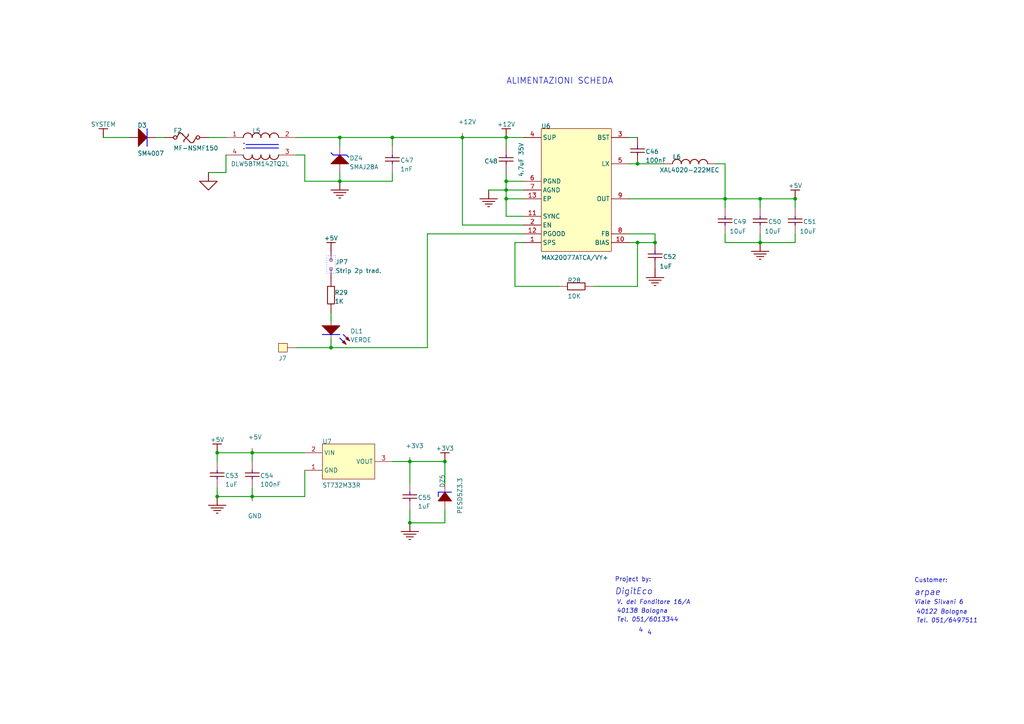
<source format=kicad_sch>
(kicad_sch (version 20230121) (generator eeschema)
  (paper "A4")
  (title_block (title "Stima V4 Power") (rev "1.1"))
  (lib_symbols
    (symbol "Stima V4 Power R1_1-altium-import:+12V" (power)
      (property "Reference" "#PWR" (at 0 0 0))
      (property "Value" "+12V" (at 0 3.81 0))
      (symbol "+12V_0_0"
        (polyline (pts (xy -1.27 -2.54) (xy 1.27 -2.54)) (stroke (width 0.254)))
        (polyline (pts (xy 0 0) (xy 0 -2.54)) (stroke (width 0.254)))
        (pin power_in line (at 0 0 0) (length 0) hide (name "+12V") (number ""))
      )
    )
    (symbol "Stima V4 Power R1_1-altium-import:+3V3" (power)
      (property "Reference" "#PWR" (at 0 0 0))
      (property "Value" "+3V3" (at 0 3.81 0))
      (symbol "+3V3_0_0"
        (polyline (pts (xy -1.27 -2.54) (xy 1.27 -2.54)) (stroke (width 0.254)))
        (polyline (pts (xy 0 0) (xy 0 -2.54)) (stroke (width 0.254)))
        (pin power_in line (at 0 0 0) (length 0) hide (name "+3V3") (number ""))
      )
    )
    (symbol "Stima V4 Power R1_1-altium-import:+5V" (power)
      (property "Reference" "#PWR" (at 0 0 0))
      (property "Value" "+5V" (at 0 3.81 0))
      (symbol "+5V_0_0"
        (polyline (pts (xy -1.27 -2.54) (xy 1.27 -2.54)) (stroke (width 0.254)))
        (polyline (pts (xy 0 0) (xy 0 -2.54)) (stroke (width 0.254)))
        (pin power_in line (at 0 0 0) (length 0) hide (name "+5V") (number ""))
      )
    )
    (symbol "Stima V4 Power R1_1-altium-import:EGND" (power)
      (property "Reference" "#PWR" (at 0 0 0))
      (property "Value" "EGND" (at 0 6.35 0))
      (symbol "EGND_0_0"
        (polyline (pts (xy 0 0) (xy 0 -2.54)) (stroke (width 0.254)))
        (polyline (pts (xy -2.54 -2.54) (xy 2.54 -2.54) (xy 0 -5.08) (xy -2.54 -2.54)) (stroke (width 0.254)))
        (pin power_in line (at 0 0 0) (length 0) hide (name "EGND") (number ""))
      )
    )
    (symbol "Stima V4 Power R1_1-altium-import:GND" (power)
      (property "Reference" "#PWR" (at 0 0 0))
      (property "Value" "GND" (at 0 6.35 0))
      (symbol "GND_0_0"
        (polyline (pts (xy -2.54 -2.54) (xy 2.54 -2.54)) (stroke (width 0.254)))
        (polyline (pts (xy -1.778 -3.302) (xy 1.778 -3.302)) (stroke (width 0.254)))
        (polyline (pts (xy -1.016 -4.064) (xy 1.016 -4.064)) (stroke (width 0.254)))
        (polyline (pts (xy -0.254 -4.826) (xy 0.254 -4.826)) (stroke (width 0.254)))
        (polyline (pts (xy 0 0) (xy 0 -2.54)) (stroke (width 0.254)))
        (pin power_in line (at 0 0 0) (length 0) hide (name "GND") (number ""))
      )
    )
    (symbol "Stima V4 Power R1_1-altium-import:SYSTEM" (power)
      (property "Reference" "#PWR" (at 0 0 0))
      (property "Value" "SYSTEM" (at 0 3.81 0))
      (symbol "SYSTEM_0_0"
        (polyline (pts (xy -1.27 -2.54) (xy 1.27 -2.54)) (stroke (width 0.254)))
        (polyline (pts (xy 0 0) (xy 0 -2.54)) (stroke (width 0.254)))
        (pin power_in line (at 0 0 0) (length 0) hide (name "SYSTEM") (number ""))
      )
    )
    (symbol "Stima V4 Power R1_1-altium-import:root_0_C0603"
      (symbol "root_0_C0603_1_0"
        (polyline (pts (xy -2.032 -0.762) (xy 2.032 -0.762)) (stroke (width 0.254)))
        (polyline (pts (xy 0 -2.54) (xy 0 -1.778)) (stroke (width 0.254) (color 0 0 255 1)))
        (polyline (pts (xy 0 0) (xy 0 -0.762)) (stroke (width 0.254) (color 0 0 255 1)))
        (polyline (pts (xy 2.032 -1.778) (xy -2.032 -1.778)) (stroke (width 0.254)))
        (pin passive line (at 0 2.54 270) (length 2.54) (name "1") (number "1"))
        (pin passive line (at 0 -5.08 90) (length 2.54) (name "2") (number "2"))
      )
    )
    (symbol "Stima V4 Power R1_1-altium-import:root_0_C0805"
      (symbol "root_0_C0805_1_0"
        (polyline (pts (xy -2.032 -0.762) (xy 2.032 -0.762)) (stroke (width 0.254)))
        (polyline (pts (xy 0 -2.54) (xy 0 -1.778)) (stroke (width 0.254) (color 0 0 255 1)))
        (polyline (pts (xy 0 0) (xy 0 -0.762)) (stroke (width 0.254) (color 0 0 255 1)))
        (polyline (pts (xy 2.032 -1.778) (xy -2.032 -1.778)) (stroke (width 0.254)))
        (pin passive line (at 0 2.54 270) (length 2.54) (name "1") (number "1"))
        (pin passive line (at 0 -5.08 90) (length 2.54) (name "2") (number "2"))
      )
    )
    (symbol "Stima V4 Power R1_1-altium-import:root_0_Coil  B82442  2220"
      (symbol "root_0_Coil  B82442  2220_1_0"
        (arc (start 1.27 -1.27) (mid 0.372 -1.642) (end 0 -2.54) (stroke (width 0.254)))
        (arc (start 2.54 -2.54) (mid 2.168 -1.642) (end 1.27 -1.27) (stroke (width 0.254)))
        (arc (start 3.81 -1.27) (mid 2.912 -1.642) (end 2.54 -2.54) (stroke (width 0.254)))
        (arc (start 5.08 -2.54) (mid 4.708 -1.642) (end 3.81 -1.27) (stroke (width 0.254)))
        (arc (start 6.35 -1.27) (mid 5.452 -1.642) (end 5.08 -2.54) (stroke (width 0.254)))
        (arc (start 7.62 -2.54) (mid 7.248 -1.642) (end 6.35 -1.27) (stroke (width 0.254)))
        (arc (start 8.89 -1.27) (mid 7.992 -1.642) (end 7.62 -2.54) (stroke (width 0.254)))
        (arc (start 10.16 -2.54) (mid 9.788 -1.642) (end 8.89 -1.27) (stroke (width 0.254)))
        (pin passive line (at -2.54 -2.54 0) (length 2.54) (name "1") (number "1"))
        (pin passive line (at 12.7 -2.54 180) (length 2.54) (name "2") (number "2"))
      )
    )
    (symbol "Stima V4 Power R1_1-altium-import:root_0_FILTRO MURATA DLW5BT"
      (symbol "root_0_FILTRO MURATA DLW5BT_1_0"
        (polyline (pts (xy 5.842 -3.048) (xy 15.24 -3.048)) (stroke (width 0.254) (color 0 0 255 1)))
        (polyline (pts (xy 5.842 -2.032) (xy 15.24 -2.032)) (stroke (width 0.254) (color 0 0 255 1)))
        (arc (start 5.0421 -5.0955) (mid 6.3606 -6.3879) (end 7.658 -5.0743) (stroke (width 0.254)))
        (arc (start 7.5821 -5.0955) (mid 8.9006 -6.3879) (end 10.198 -5.0743) (stroke (width 0.254)))
        (arc (start 7.6579 0.0155) (mid 6.3394 1.3079) (end 5.042 -0.0057) (stroke (width 0.254)))
        (arc (start 10.1221 -5.0955) (mid 11.4406 -6.3879) (end 12.738 -5.0743) (stroke (width 0.254)))
        (arc (start 10.1979 0.0155) (mid 8.8794 1.3079) (end 7.582 -0.0057) (stroke (width 0.254)))
        (arc (start 12.6621 -5.0955) (mid 13.9806 -6.3879) (end 15.278 -5.0743) (stroke (width 0.254)))
        (arc (start 12.7379 0.0155) (mid 11.4194 1.3079) (end 10.122 -0.0057) (stroke (width 0.254)))
        (arc (start 15.2779 0.0155) (mid 13.9594 1.3079) (end 12.662 -0.0057) (stroke (width 0.254)))
        (text "." (at 5.588 -3.81 900) (effects (font (size 2.032 2.032)) (justify left bottom)))
        (text "." (at 5.588 -2.286 900) (effects (font (size 2.032 2.032)) (justify left bottom)))
        (pin passive line (at 0 0 0) (length 5.08) (name "1") (number "1"))
        (pin passive line (at 20.32 0 180) (length 5.08) (name "2") (number "2"))
        (pin passive line (at 20.32 -5.08 180) (length 5.08) (name "3") (number "3"))
        (pin passive line (at 0 -5.08 0) (length 5.08) (name "4") (number "4"))
      )
    )
    (symbol "Stima V4 Power R1_1-altium-import:root_0_Fuse Thermal"
      (symbol "root_0_Fuse Thermal_1_0"
        (polyline (pts (xy 1.016 -2.54) (xy 1.524 -1.524)) (stroke (width 0.254)))
        (polyline (pts (xy 3.048 -3.81) (xy 3.048 -3.302)) (stroke (width 0.254)))
        (polyline (pts (xy 3.048 -3.302) (xy 4.318 -2.032)) (stroke (width 0.254)))
        (polyline (pts (xy 4.318 -2.032) (xy 4.318 -1.524)) (stroke (width 0.254)))
        (polyline (pts (xy 4.826 -3.81) (xy 2.54 -1.524)) (stroke (width 0.254)))
        (polyline (pts (xy 5.842 -3.81) (xy 6.604 -2.54)) (stroke (width 0.254)))
        (circle (center 0.508 -2.54) (radius 0.508) (stroke (width 0.254)))
        (arc (start 2.7549 -1.791) (mid 2.1331 -1.2767) (end 1.398 -1.6093) (stroke (width 0.254)))
        (arc (start 4.7 -3.7247) (mid 5.3814 -4.0625) (end 6.0156 -3.6428) (stroke (width 0.254)))
        (circle (center 7.112 -2.54) (radius 0.508) (stroke (width 0.254)))
        (pin passive line (at -2.54 -2.54 0) (length 2.54) (name "1") (number "1"))
        (pin passive line (at 10.16 -2.54 180) (length 2.54) (name "2") (number "2"))
      )
    )
    (symbol "Stima V4 Power R1_1-altium-import:root_0_JUMP1"
      (symbol "root_0_JUMP1_1_0"
        (polyline (pts (xy 1.27 -3.81) (xy 1.27 -5.08)) (stroke (width 0) (color 0 0 255 1)))
        (polyline (pts (xy 1.27 -1.27) (xy 1.27 0)) (stroke (width 0) (color 0 0 255 1)))
        (polyline (pts (xy 2.54 0) (xy 0 0) (xy 0 -5.08) (xy 2.54 -5.08) (xy 2.54 0)) (stroke (width 0) (type dot) (color 0 0 255 1)))
        (circle (center 1.27 -3.81) (radius 0.508) (stroke (width 0.0001)) (fill (type color) (color 192 192 192 1)))
        (circle (center 1.27 -1.27) (radius 0.508) (stroke (width 0.0001)) (fill (type color) (color 192 192 192 1)))
        (pin passive line (at 1.27 1.27 270) (length 1.27) (name "") (number "1"))
        (pin passive line (at 1.27 -6.35 90) (length 1.27) (name "") (number "2"))
      )
    )
    (symbol "Stima V4 Power R1_1-altium-import:root_0_MAX20077"
      (symbol "root_0_MAX20077_1_0"
        (rectangle (start 20.32 0) (end 0 -35.56) (fill (type background)))
        (pin input line (at -5.08 -33.02 0) (length 5) (name "SPS") (number "1"))
        (pin passive line (at 25.4 -33.02 180) (length 5) (name "BIAS") (number "10"))
        (pin passive line (at -5.08 -25.4 0) (length 5) (name "SYNC") (number "11"))
        (pin output line (at -5.08 -30.48 0) (length 5) (name "PGOOD") (number "12"))
        (pin passive line (at -5.08 -20.32 0) (length 5) (name "EP") (number "13"))
        (pin input line (at -5.08 -27.94 0) (length 5) (name "EN") (number "2"))
        (pin passive line (at 25.4 -2.54 180) (length 5) (name "BST") (number "3"))
        (pin power_in line (at -5.08 -2.54 0) (length 5) (name "SUP") (number "4"))
        (pin passive line (at 25.4 -10.16 180) (length 5) (name "LX") (number "5"))
        (pin power_in line (at -5.08 -15.24 0) (length 5) (name "PGND") (number "6"))
        (pin power_in line (at -5.08 -17.78 0) (length 5) (name "AGND") (number "7"))
        (pin passive line (at 25.4 -30.48 180) (length 5) (name "FB") (number "8"))
        (pin passive line (at 25.4 -20.32 180) (length 5) (name "OUT") (number "9"))
      )
    )
    (symbol "Stima V4 Power R1_1-altium-import:root_0_Res 0603"
      (symbol "root_0_Res 0603_1_0"
        (rectangle (start 5.08 -1.524) (end 0 -3.556) (stroke (width 0.254)))
        (pin passive line (at -2.54 -2.54 0) (length 2.54) (name "1") (number "1"))
        (pin passive line (at 7.62 -2.54 180) (length 2.54) (name "2") (number "2"))
      )
    )
    (symbol "Stima V4 Power R1_1-altium-import:root_0_ST732M"
      (symbol "root_0_ST732M_1_0"
        (rectangle (start 15.24 0) (end 0 -10.16) (fill (type background)))
        (pin power_in line (at -5.08 -7.62 0) (length 5.08) (name "GND") (number "1"))
        (pin passive line (at -5.08 -2.54 0) (length 5.08) (name "VIN") (number "2"))
        (pin passive line (at 20.32 -5.08 180) (length 5.08) (name "VOUT") (number "3"))
      )
    )
    (symbol "Stima V4 Power R1_1-altium-import:root_0_Transil SMD PESD5"
      (symbol "root_0_Transil SMD PESD5_1_0"
        (polyline (pts (xy -1.905 0) (xy -1.905 -1.27)) (stroke (width 0.254) (color 0 0 255 1)))
        (polyline (pts (xy 1.905 0) (xy -1.905 0)) (stroke (width 0.254) (color 0 0 255 1)))
        (polyline (pts (xy 1.905 -2.54) (xy 0 0) (xy -1.905 -2.54) (xy 1.905 -2.54)) (stroke (width 0.254)) (fill (type outline)))
        (pin passive line (at 0 2.54 270) (length 2.54) (name "K") (number "1"))
        (pin passive line (at 0 -5.08 90) (length 2.54) (name "A") (number "2"))
      )
    )
    (symbol "Stima V4 Power R1_1-altium-import:root_0_Transil SMD SMAJ"
      (symbol "root_0_Transil SMD SMAJ_1_0"
        (polyline (pts (xy -1.905 0) (xy -2.54 0.635)) (stroke (width 0.254) (color 0 0 255 1)))
        (polyline (pts (xy 1.905 0) (xy -1.905 0)) (stroke (width 0.254) (color 0 0 255 1)))
        (polyline (pts (xy 1.905 0) (xy 2.54 -0.635)) (stroke (width 0.254) (color 0 0 255 1)))
        (polyline (pts (xy 2.54 -2.54) (xy 0 0) (xy -2.54 -2.54) (xy 2.54 -2.54)) (stroke (width 0.254)) (fill (type outline)))
        (pin passive line (at 0 2.54 270) (length 2.54) (name "K") (number "1"))
        (pin passive line (at 0 -5.08 90) (length 2.54) (name "A") (number "2"))
      )
    )
    (symbol "Stima V4 Power R1_1-altium-import:root_1_Res 0805"
      (symbol "root_1_Res 0805_1_0"
        (rectangle (start 3.556 5.08) (end 1.524 0) (stroke (width 0.254)))
        (pin passive line (at 2.54 -2.54 90) (length 2.54) (name "1") (number "1"))
        (pin passive line (at 2.54 7.62 270) (length 2.54) (name "2") (number "2"))
      )
    )
    (symbol "Stima V4 Power R1_1-altium-import:root_1_TestPoint"
      (symbol "root_1_TestPoint_1_0"
        (pin passive line (at 1.27 -1.27 90) (length 1.27) (name "") (number "1"))
      )
    )
    (symbol "Stima V4 Power R1_1-altium-import:root_2_C0805"
      (symbol "root_2_C0805_1_0"
        (polyline (pts (xy -2.032 1.778) (xy 2.032 1.778)) (stroke (width 0.254)))
        (polyline (pts (xy 0 0) (xy 0 0.762)) (stroke (width 0.254) (color 0 0 255 1)))
        (polyline (pts (xy 0 2.54) (xy 0 1.778)) (stroke (width 0.254) (color 0 0 255 1)))
        (polyline (pts (xy 2.032 0.762) (xy -2.032 0.762)) (stroke (width 0.254)))
        (pin passive line (at 0 -2.54 90) (length 2.54) (name "1") (number "1"))
        (pin passive line (at 0 5.08 270) (length 2.54) (name "2") (number "2"))
      )
    )
    (symbol "Stima V4 Power R1_1-altium-import:root_2_VIAS1"
      (symbol "root_2_VIAS1_1_0"
        (rectangle (start 0 1.27) (end -2.54 -1.27) (fill (type background)))
        (pin passive line (at 2.54 0 180) (length 2.54) (name "1") (number "1"))
      )
    )
    (symbol "Stima V4 Power R1_1-altium-import:root_3_Diode SMD QMELF"
      (symbol "root_3_Diode SMD QMELF_1_0"
        (polyline (pts (xy 0 2.54) (xy 0 -2.54)) (stroke (width 0.254) (color 0 0 255 1)))
        (polyline (pts (xy -2.54 -2.54) (xy 0 0) (xy -2.54 2.54) (xy -2.54 -2.54)) (stroke (width 0.254)) (fill (type outline)))
        (pin passive line (at 2.54 0 180) (length 2.54) (name "K") (number "1"))
        (pin passive line (at -5.08 0 0) (length 2.54) (name "A") (number "2"))
      )
    )
    (symbol "Stima V4 Power R1_1-altium-import:root_3_Led  SMD"
      (symbol "root_3_Led  SMD_1_0"
        (polyline (pts (xy 0 -3.556) (xy 1.778 -5.334)) (stroke (width 0.254) (color 0 0 255 1)))
        (polyline (pts (xy 0 -2.54) (xy -5.08 -2.54)) (stroke (width 0.254) (color 0 0 255 1)))
        (polyline (pts (xy 1.016 -2.54) (xy 2.794 -4.318)) (stroke (width 0.254) (color 0 0 255 1)))
        (polyline (pts (xy -5.08 0) (xy -2.54 -2.54) (xy 0 0) (xy -5.08 0)) (stroke (width 0.254)) (fill (type outline)))
        (polyline (pts (xy 1.778 -5.334) (xy 1.27 -4.318) (xy 0.762 -4.826) (xy 1.778 -5.334)) (stroke (width 0.254)) (fill (type outline)))
        (polyline (pts (xy 2.794 -4.318) (xy 2.286 -3.302) (xy 1.778 -3.81) (xy 2.794 -4.318)) (stroke (width 0.254)) (fill (type outline)))
        (pin passive line (at -2.54 -3.81 90) (length 1.27) (name "K") (number "1"))
        (pin passive line (at -2.54 1.27 270) (length 1.27) (name "A") (number "2"))
      )
    )
    (symbol "Stima V4 Power R1_1-altium-import:root_3_TestPoint"
      (symbol "root_3_TestPoint_1_0"
        (pin passive line (at -1.27 1.27 270) (length 1.27) (name "") (number "1"))
      )
    )
  )
  (junction (at 129.032 133.858))
  (junction (at 118.872 151.638))
  (junction (at 73.152 144.018))
  (junction (at 220.472 57.658))
  (junction (at 146.812 52.578))
  (junction (at 62.992 144.018))
  (junction (at 146.812 55.118))
  (junction (at 118.872 133.858))
  (junction (at 184.912 70.358))
  (junction (at 73.152 131.318))
  (junction (at 146.812 57.658))
  (junction (at 220.472 70.358))
  (junction (at 113.792 39.878))
  (junction (at 134.112 39.878))
  (junction (at 98.552 39.878))
  (junction (at 189.992 70.358))
  (junction (at 146.812 39.878))
  (junction (at 96.012 100.838))
  (junction (at 210.312 57.658))
  (junction (at 98.552 52.578))
  (junction (at 230.632 57.658))
  (junction (at 184.912 47.498))
  (junction (at 62.992 131.318))
  (wire (pts (xy 189.992 70.358) (xy 189.992 67.818)) (stroke (width 0.254)))
  (wire (pts (xy 172.212 83.058) (xy 184.912 83.058)) (stroke (width 0.254)))
  (wire (pts (xy 113.792 42.418) (xy 113.792 39.878)) (stroke (width 0.254)))
  (wire (pts (xy 88.392 136.398) (xy 88.392 144.018)) (stroke (width 0.254)))
  (wire (pts (xy 98.552 39.878) (xy 85.852 39.878)) (stroke (width 0.254)))
  (wire (pts (xy 151.892 65.278) (xy 134.112 65.278)) (stroke (width 0.254)))
  (wire (pts (xy 220.472 70.358) (xy 230.632 70.358)) (stroke (width 0.254)))
  (wire (pts (xy 220.472 57.658) (xy 230.632 57.658)) (stroke (width 0.254)))
  (wire (pts (xy 151.892 62.738) (xy 146.812 62.738)) (stroke (width 0.254)))
  (wire (pts (xy 113.792 133.858) (xy 118.872 133.858)) (stroke (width 0.254)))
  (wire (pts (xy 230.632 57.658) (xy 230.632 60.198)) (stroke (width 0.254)))
  (wire (pts (xy 96.012 93.218) (xy 96.012 90.678)) (stroke (width 0.254)))
  (wire (pts (xy 220.472 60.198) (xy 220.472 57.658)) (stroke (width 0.254)))
  (wire (pts (xy 189.992 67.818) (xy 182.372 67.818)) (stroke (width 0.254)))
  (wire (pts (xy 60.452 39.878) (xy 65.532 39.878)) (stroke (width 0.254)))
  (wire (pts (xy 146.812 57.658) (xy 146.812 55.118)) (stroke (width 0.254)))
  (wire (pts (xy 123.952 100.838) (xy 96.012 100.838)) (stroke (width 0.254)))
  (wire (pts (xy 123.952 67.818) (xy 123.952 100.838)) (stroke (width 0.254)))
  (wire (pts (xy 129.032 151.638) (xy 118.872 151.638)) (stroke (width 0.254)))
  (wire (pts (xy 88.392 52.578) (xy 98.552 52.578)) (stroke (width 0.254)))
  (wire (pts (xy 151.892 67.818) (xy 123.952 67.818)) (stroke (width 0.254)))
  (wire (pts (xy 182.372 47.498) (xy 184.912 47.498)) (stroke (width 0.254)))
  (wire (pts (xy 146.812 52.578) (xy 151.892 52.578)) (stroke (width 0.254)))
  (wire (pts (xy 146.812 42.418) (xy 146.812 39.878)) (stroke (width 0.254)))
  (wire (pts (xy 98.552 52.578) (xy 98.552 50.038)) (stroke (width 0.254)))
  (wire (pts (xy 230.632 70.358) (xy 230.632 67.818)) (stroke (width 0.254)))
  (wire (pts (xy 85.852 44.958) (xy 88.392 44.958)) (stroke (width 0.254)))
  (wire (pts (xy 210.312 47.498) (xy 210.312 57.658)) (stroke (width 0.254)))
  (wire (pts (xy 146.812 50.038) (xy 146.812 52.578)) (stroke (width 0.254)))
  (wire (pts (xy 60.452 50.038) (xy 65.532 50.038)) (stroke (width 0.254)))
  (wire (pts (xy 73.152 131.318) (xy 62.992 131.318)) (stroke (width 0.254)))
  (wire (pts (xy 182.372 70.358) (xy 184.912 70.358)) (stroke (width 0.254)))
  (wire (pts (xy 88.392 131.318) (xy 73.152 131.318)) (stroke (width 0.254)))
  (wire (pts (xy 113.792 52.578) (xy 113.792 50.038)) (stroke (width 0.254)))
  (wire (pts (xy 45.212 39.878) (xy 47.752 39.878)) (stroke (width 0.254)))
  (wire (pts (xy 151.892 70.358) (xy 149.352 70.358)) (stroke (width 0.254)))
  (wire (pts (xy 182.372 39.878) (xy 184.912 39.878)) (stroke (width 0.254)))
  (wire (pts (xy 88.392 144.018) (xy 73.152 144.018)) (stroke (width 0.254)))
  (wire (pts (xy 146.812 39.878) (xy 134.112 39.878)) (stroke (width 0.254)))
  (wire (pts (xy 73.152 133.858) (xy 73.152 131.318)) (stroke (width 0.254)))
  (wire (pts (xy 149.352 70.358) (xy 149.352 83.058)) (stroke (width 0.254)))
  (wire (pts (xy 98.552 52.578) (xy 113.792 52.578)) (stroke (width 0.254)))
  (wire (pts (xy 146.812 62.738) (xy 146.812 57.658)) (stroke (width 0.254)))
  (wire (pts (xy 96.012 98.298) (xy 96.012 100.838)) (stroke (width 0.254)))
  (wire (pts (xy 129.032 133.858) (xy 129.032 140.208)) (stroke (width 0.254)))
  (wire (pts (xy 118.872 151.638) (xy 118.872 147.828)) (stroke (width 0.254)))
  (wire (pts (xy 129.032 147.828) (xy 129.032 151.638)) (stroke (width 0.254)))
  (wire (pts (xy 151.892 55.118) (xy 146.812 55.118)) (stroke (width 0.254)))
  (wire (pts (xy 37.592 39.878) (xy 29.972 39.878)) (stroke (width 0.254)))
  (wire (pts (xy 73.152 144.018) (xy 62.992 144.018)) (stroke (width 0.254)))
  (wire (pts (xy 113.792 39.878) (xy 98.552 39.878)) (stroke (width 0.254)))
  (wire (pts (xy 134.112 39.878) (xy 113.792 39.878)) (stroke (width 0.254)))
  (wire (pts (xy 62.992 131.318) (xy 62.992 133.858)) (stroke (width 0.254)))
  (wire (pts (xy 210.312 67.818) (xy 210.312 70.358)) (stroke (width 0.254)))
  (wire (pts (xy 146.812 55.118) (xy 141.732 55.118)) (stroke (width 0.254)))
  (wire (pts (xy 184.912 83.058) (xy 184.912 70.358)) (stroke (width 0.254)))
  (wire (pts (xy 220.472 70.358) (xy 220.472 67.818)) (stroke (width 0.254)))
  (wire (pts (xy 210.312 57.658) (xy 220.472 57.658)) (stroke (width 0.254)))
  (wire (pts (xy 134.112 65.278) (xy 134.112 39.878)) (stroke (width 0.254)))
  (wire (pts (xy 62.992 144.018) (xy 62.992 141.478)) (stroke (width 0.254)))
  (wire (pts (xy 88.392 44.958) (xy 88.392 52.578)) (stroke (width 0.254)))
  (wire (pts (xy 98.552 42.418) (xy 98.552 39.878)) (stroke (width 0.254)))
  (wire (pts (xy 146.812 57.658) (xy 151.892 57.658)) (stroke (width 0.254)))
  (wire (pts (xy 73.152 141.478) (xy 73.152 144.018)) (stroke (width 0.254)))
  (wire (pts (xy 210.312 70.358) (xy 220.472 70.358)) (stroke (width 0.254)))
  (wire (pts (xy 184.912 70.358) (xy 189.992 70.358)) (stroke (width 0.254)))
  (wire (pts (xy 118.872 140.208) (xy 118.872 133.858)) (stroke (width 0.254)))
  (wire (pts (xy 207.772 47.498) (xy 210.312 47.498)) (stroke (width 0.254)))
  (wire (pts (xy 149.352 83.058) (xy 162.052 83.058)) (stroke (width 0.254)))
  (wire (pts (xy 118.872 133.858) (xy 129.032 133.858)) (stroke (width 0.254)))
  (wire (pts (xy 65.532 50.038) (xy 65.532 44.958)) (stroke (width 0.254)))
  (wire (pts (xy 182.372 57.658) (xy 210.312 57.658)) (stroke (width 0.254)))
  (wire (pts (xy 184.912 47.498) (xy 192.532 47.498)) (stroke (width 0.254)))
  (wire (pts (xy 96.012 100.838) (xy 85.852 100.838)) (stroke (width 0.254)))
  (wire (pts (xy 210.312 60.198) (xy 210.312 57.658)) (stroke (width 0.254)))
  (wire (pts (xy 146.812 52.578) (xy 146.812 55.118)) (stroke (width 0.254)))
  (wire (pts (xy 151.892 39.878) (xy 146.812 39.878)) (stroke (width 0.254)))
  (text "Tel. 051/6013344" (at 178.816 180.594 0) (effects (font (size 1.27 1.27) italic) (justify left bottom)))
  (text "" (at 265.684 175.768 0) (effects (font (size 1.27 1.27) italic) (justify left bottom)))
  (text "DigitEco" (at 178.308 172.72 0) (effects (font (size 1.778 1.778) italic) (justify left bottom)))
  (text "" (at 265.684 180.848 0) (effects (font (size 1.27 1.27) italic) (justify left bottom)))
  (text "40138 Bologna" (at 178.816 178.054 0) (effects (font (size 1.27 1.27) italic) (justify left bottom)))
  (text "" (at 265.176 172.974 0) (effects (font (size 1.778 1.778) italic) (justify left bottom)))
  (text "Tel. 051/6497511" (at 265.684 180.848 0) (effects (font (size 1.27 1.27) italic) (justify left bottom)))
  (text "4" (at 185.166 183.642 0) (effects (font (size 1.27 1.27)) (justify left bottom)))
  (text "Customer:" (at 265.176 169.164 0) (effects (font (size 1.27 1.27)) (justify left bottom)))
  (text "ALIMENTAZIONI SCHEDA" (at 146.812 24.638 0) (effects (font (size 1.778 1.778)) (justify left bottom)))
  (text "40122 Bologna" (at 265.684 178.308 0) (effects (font (size 1.27 1.27) italic) (justify left bottom)))
  (text "Viale Silvani 6" (at 265.176 175.514 0) (effects (font (size 1.27 1.27) italic) (justify left bottom)))
  (text "" (at 265.684 178.308 0) (effects (font (size 1.27 1.27) italic) (justify left bottom)))
  (text "Project by:" (at 178.308 168.91 0) (effects (font (size 1.27 1.27)) (justify left bottom)))
  (text "V. del Fonditore 16/A" (at 178.816 175.514 0) (effects (font (size 1.27 1.27) italic) (justify left bottom)))
  (text "4" (at 187.706 184.404 0) (effects (font (size 1.27 1.27)) (justify left bottom)))
  (text "arpae" (at 265.176 172.974 0) (effects (font (size 1.778 1.778) italic) (justify left bottom)))
  (symbol (lib_id "Stima V4 Power R1_1-altium-import:GND") (at 98.552 52.578 0) (unit 1)
    (property "Reference" "#PWR?" (effects hide))
    (property "Value" "GND" (effects hide))
  )
  (symbol (lib_id "Stima V4 Power R1_1-altium-import:root_1_TestPoint") (at 132.842 38.608 0) (unit 1)
    (property "Reference" "+12V" (at 132.842 36.068 0) (effects (justify left bottom)))
    (property "Value" "TestPoint" (effects hide))
    (property "Footprint" "TP" (effects hide))
  )
  (symbol (lib_id "Stima V4 Power R1_1-altium-import:GND") (at 118.872 151.638 0) (unit 1)
    (property "Reference" "#PWR?" (effects hide))
    (property "Value" "GND" (effects hide))
  )
  (symbol (lib_id "Stima V4 Power R1_1-altium-import:root_1_TestPoint") (at 71.882 130.048 0) (unit 1)
    (property "Reference" "+5V" (at 71.882 127.508 0) (effects (justify left bottom)))
    (property "Value" "TestPoint" (effects hide))
    (property "Footprint" "TP" (effects hide))
  )
  (symbol (lib_id "Stima V4 Power R1_1-altium-import:root_2_C0805") (at 210.312 65.278 0) (unit 1)
    (property "Reference" "C49" (at 212.598 65.024 0) (effects (justify left bottom)))
    (property "Value" "10uF" (at 211.582 67.818 0) (effects (justify left bottom)))
    (property "Footprint" "0603" (effects hide))
    (property "PACKAGE REFERENCE" "0603" (effects hide))
    (property "TYPE" "Multistrato X5R/X7R" (effects hide))
    (property "ALTIUM_VALUE" "10uF" (effects hide))
    (property "VOLTAGE" "20V" (effects hide))
  )
  (symbol (lib_id "Stima V4 Power R1_1-altium-import:GND") (at 62.992 144.018 0) (unit 1)
    (property "Reference" "#PWR?" (effects hide))
    (property "Value" "GND" (effects hide))
  )
  (symbol (lib_id "Stima V4 Power R1_1-altium-import:root_0_MAX20077") (at 156.972 37.338 0) (unit 1)
    (property "Reference" "U6" (at 156.972 37.338 0) (effects (justify left bottom)))
    (property "Value" "MAX20077ATCA/VY+" (at 156.972 75.438 0) (effects (justify left bottom)))
    (property "Footprint" "TDFN 12L MIO" (effects hide))
    (property "PACKAGE REFERENCE" "TDFN12L" (effects hide))
  )
  (symbol (lib_id "Stima V4 Power R1_1-altium-import:root_0_Coil  B82442  2220") (at 195.072 44.958 0) (unit 1)
    (property "Reference" "L6" (at 195.072 46.228 0) (effects (justify left bottom)))
    (property "Value" "XAL4020-222MEC" (at 191.262 50.038 0) (effects (justify left bottom)))
    (property "Footprint" "COIL COILCRAFT XAL4020-MIO" (effects hide))
    (property "ALTIUM_VALUE" "2.2uH" (effects hide))
  )
  (symbol (lib_id "Stima V4 Power R1_1-altium-import:+12V") (at 146.812 39.878 180) (unit 1)
    (property "Reference" "#PWR?" (effects hide))
    (property "Value" "+12V" (at 146.812 36.068 0))
  )
  (symbol (lib_id "Stima V4 Power R1_1-altium-import:+5V") (at 230.632 57.658 180) (unit 1)
    (property "Reference" "#PWR?" (effects hide))
    (property "Value" "+5V" (at 230.632 53.848 0))
  )
  (symbol (lib_id "Stima V4 Power R1_1-altium-import:root_1_Res 0805") (at 93.472 88.138 0) (unit 1)
    (property "Reference" "R29" (at 97.028 85.598 0) (effects (justify left bottom)))
    (property "Value" "1K" (at 97.028 88.138 0) (effects (justify left bottom)))
    (property "Footprint" "0805" (effects hide))
    (property "ALTIUM_VALUE" "1K" (effects hide))
    (property "PRECISION" "1%" (effects hide))
    (property "PACKAGE REFERENCE" "0805" (effects hide))
    (property "POWER" "1/8W" (effects hide))
  )
  (symbol (lib_id "Stima V4 Power R1_1-altium-import:root_0_C0603") (at 113.792 44.958 0) (unit 1)
    (property "Reference" "C47" (at 116.078 47.244 0) (effects (justify left bottom)))
    (property "Value" "1nF" (at 116.078 49.784 0) (effects (justify left bottom)))
    (property "Footprint" "0603" (effects hide))
    (property "PACKAGE REFERENCE" "0603" (effects hide))
    (property "TYPE" "Multistrato X5R/X7R" (effects hide))
    (property "ALTIUM_VALUE" "1nF" (effects hide))
    (property "VOLTAGE" "50V" (effects hide))
  )
  (symbol (lib_id "Stima V4 Power R1_1-altium-import:root_3_Diode SMD QMELF") (at 42.672 39.878 0) (unit 1)
    (property "Reference" "D3" (at 39.878 37.084 0) (effects (justify left bottom)))
    (property "Value" "SM4007" (at 39.878 45.212 0) (effects (justify left bottom)))
    (property "Footprint" "QMELFD" (effects hide))
    (property "PACKAGE REFERENCE" "QMELF" (effects hide))
  )
  (symbol (lib_id "Stima V4 Power R1_1-altium-import:root_2_C0805") (at 230.632 65.278 0) (unit 1)
    (property "Reference" "C51" (at 232.918 65.024 0) (effects (justify left bottom)))
    (property "Value" "10uF" (at 231.902 67.818 0) (effects (justify left bottom)))
    (property "Footprint" "0603" (effects hide))
    (property "PACKAGE REFERENCE" "0603" (effects hide))
    (property "TYPE" "Multistrato X5R/X7R" (effects hide))
    (property "ALTIUM_VALUE" "10uF" (effects hide))
    (property "VOLTAGE" "20V" (effects hide))
  )
  (symbol (lib_id "Stima V4 Power R1_1-altium-import:root_0_C0603") (at 184.912 42.418 0) (unit 1)
    (property "Reference" "C46" (at 187.198 44.704 0) (effects (justify left bottom)))
    (property "Value" "100nF" (at 187.198 47.244 0) (effects (justify left bottom)))
    (property "Footprint" "0603" (effects hide))
    (property "PACKAGE REFERENCE" "0603" (effects hide))
    (property "TYPE" "Multistrato X5R/X7R" (effects hide))
    (property "ALTIUM_VALUE" "100nF" (effects hide))
    (property "VOLTAGE" "50V" (effects hide))
  )
  (symbol (lib_id "Stima V4 Power R1_1-altium-import:root_0_C0603") (at 73.152 136.398 0) (unit 1)
    (property "Reference" "C54" (at 75.438 138.684 0) (effects (justify left bottom)))
    (property "Value" "100nF" (at 75.438 141.224 0) (effects (justify left bottom)))
    (property "Footprint" "0603" (effects hide))
    (property "PACKAGE REFERENCE" "0603" (effects hide))
    (property "TYPE" "Multistrato X5R/X7R" (effects hide))
    (property "ALTIUM_VALUE" "100nF" (effects hide))
    (property "VOLTAGE" "50V" (effects hide))
  )
  (symbol (lib_id "Stima V4 Power R1_1-altium-import:root_0_Transil SMD PESD5") (at 129.032 142.748 0) (unit 1)
    (property "Reference" "DZ5" (at 129.032 141.478 90) (effects (justify left bottom)))
    (property "Value" "PESD5Z3.3" (at 134.112 149.098 90) (effects (justify left bottom)))
    (property "Footprint" "SOD 523(SC-79)" (effects hide))
    (property "PACKAGE REFERENCE" "SOD523" (effects hide))
  )
  (symbol (lib_id "Stima V4 Power R1_1-altium-import:GND") (at 189.992 77.978 0) (unit 1)
    (property "Reference" "#PWR?" (effects hide))
    (property "Value" "GND" (effects hide))
  )
  (symbol (lib_id "Stima V4 Power R1_1-altium-import:root_3_TestPoint") (at 74.422 145.288 0) (unit 1)
    (property "Reference" "GND" (at 71.882 150.368 0) (effects (justify left bottom)))
    (property "Value" "TestPoint" (effects hide))
    (property "Footprint" "TP" (effects hide))
  )
  (symbol (lib_id "Stima V4 Power R1_1-altium-import:root_0_Fuse Thermal") (at 50.292 37.338 0) (unit 1)
    (property "Reference" "F2" (at 50.292 38.608 0) (effects (justify left bottom)))
    (property "Value" "MF-NSMF150" (at 50.292 43.688 0) (effects (justify left bottom)))
    (property "Footprint" "1206" (effects hide))
    (property "TYPE" "Bourns" (effects hide))
    (property "PACKAGE REFERENCE" "1206" (effects hide))
    (property "ALTIUM_VALUE" "MF-NSMF110-2" (effects hide))
  )
  (symbol (lib_id "Stima V4 Power R1_1-altium-import:root_0_ST732M") (at 93.472 128.778 0) (unit 1)
    (property "Reference" "U7" (at 93.472 128.778 0) (effects (justify left bottom)))
    (property "Value" "ST732M33R" (at 93.472 141.478 0) (effects (justify left bottom)))
    (property "Footprint" "SOT23_5" (effects hide))
    (property "PACKAGE REFERENCE" "SOT23-5" (effects hide))
  )
  (symbol (lib_id "Stima V4 Power R1_1-altium-import:+5V") (at 96.012 72.898 180) (unit 1)
    (property "Reference" "#PWR?" (effects hide))
    (property "Value" "+5V" (at 96.012 69.088 0))
  )
  (symbol (lib_id "Stima V4 Power R1_1-altium-import:+3V3") (at 129.032 133.858 180) (unit 1)
    (property "Reference" "#PWR?" (effects hide))
    (property "Value" "+3V3" (at 129.032 130.048 0))
  )
  (symbol (lib_id "Stima V4 Power R1_1-altium-import:GND") (at 141.732 55.118 0) (unit 1)
    (property "Reference" "#PWR?" (effects hide))
    (property "Value" "GND" (effects hide))
  )
  (symbol (lib_id "Stima V4 Power R1_1-altium-import:root_0_Res 0603") (at 164.592 80.518 0) (unit 1)
    (property "Reference" "R28" (at 164.592 82.042 0) (effects (justify left bottom)))
    (property "Value" "10K" (at 164.592 86.614 0) (effects (justify left bottom)))
    (property "Footprint" "0603" (effects hide))
    (property "ALTIUM_VALUE" "10K" (effects hide))
    (property "PRECISION" "1%" (effects hide))
    (property "PACKAGE REFERENCE" "0603" (effects hide))
    (property "POWER" "1/10W" (effects hide))
  )
  (symbol (lib_id "Stima V4 Power R1_1-altium-import:root_0_C0805") (at 146.812 44.958 0) (unit 1)
    (property "Reference" "C48" (at 140.462 47.498 0) (effects (justify left bottom)))
    (property "Value" "4.7uF 35V" (at 151.892 51.308 90) (effects (justify left bottom)))
    (property "Footprint" "1206" (effects hide))
    (property "PACKAGE REFERENCE" "0805" (effects hide))
    (property "TYPE" "Multistrato X5R/X7R" (effects hide))
    (property "ALTIUM_VALUE" "4.7uF" (effects hide))
    (property "VOLTAGE" "35V" (effects hide))
  )
  (symbol (lib_id "Stima V4 Power R1_1-altium-import:root_0_C0603") (at 118.872 142.748 0) (unit 1)
    (property "Reference" "C55" (at 121.158 145.034 0) (effects (justify left bottom)))
    (property "Value" "1uF" (at 121.158 147.574 0) (effects (justify left bottom)))
    (property "Footprint" "0603" (effects hide))
    (property "PACKAGE REFERENCE" "0603" (effects hide))
    (property "TYPE" "Multistrato X5R/X7R" (effects hide))
    (property "ALTIUM_VALUE" "1uF" (effects hide))
    (property "VOLTAGE" "20V" (effects hide))
  )
  (symbol (lib_id "Stima V4 Power R1_1-altium-import:root_1_TestPoint") (at 117.602 132.588 0) (unit 1)
    (property "Reference" "+3V3" (at 117.602 130.048 0) (effects (justify left bottom)))
    (property "Value" "TestPoint" (effects hide))
    (property "Footprint" "TP" (effects hide))
  )
  (symbol (lib_id "Stima V4 Power R1_1-altium-import:root_3_Led  SMD") (at 98.552 94.488 0) (unit 1)
    (property "Reference" "DL1" (at 101.6 96.774 0) (effects (justify left bottom)))
    (property "Value" "VERDE" (at 101.6 99.314 0) (effects (justify left bottom)))
    (property "Footprint" "0805-led" (effects hide))
    (property "PACKAGE REFERENCE" "Smd 0805" (effects hide))
  )
  (symbol (lib_id "Stima V4 Power R1_1-altium-import:root_0_JUMP1") (at 94.742 74.168 0) (unit 1)
    (property "Reference" "JP7" (at 97.282 76.708 0) (effects (justify left bottom)))
    (property "Value" "Strip 2p trad." (at 97.282 79.248 0) (effects (justify left bottom)))
    (property "Footprint" "STRIP2P" (effects hide))
  )
  (symbol (lib_id "Stima V4 Power R1_1-altium-import:GND") (at 220.472 70.358 0) (unit 1)
    (property "Reference" "#PWR?" (effects hide))
    (property "Value" "GND" (effects hide))
  )
  (symbol (lib_id "Stima V4 Power R1_1-altium-import:root_2_C0805") (at 189.992 75.438 0) (unit 1)
    (property "Reference" "C52" (at 192.278 75.184 0) (effects (justify left bottom)))
    (property "Value" "1uF" (at 191.262 77.978 0) (effects (justify left bottom)))
    (property "Footprint" "0805" (effects hide))
    (property "PACKAGE REFERENCE" "0603" (effects hide))
    (property "TYPE" "Multistrato X5R/X7R" (effects hide))
    (property "ALTIUM_VALUE" "1uF" (effects hide))
    (property "VOLTAGE" "20V" (effects hide))
  )
  (symbol (lib_id "Stima V4 Power R1_1-altium-import:SYSTEM") (at 29.972 39.878 180) (unit 1)
    (property "Reference" "#PWR?" (effects hide))
    (property "Value" "SYSTEM" (at 29.972 36.068 0))
  )
  (symbol (lib_id "Stima V4 Power R1_1-altium-import:root_2_VIAS1") (at 83.312 100.838 0) (unit 1)
    (property "Reference" "J7" (at 80.772 104.648 0) (effects (justify left bottom)))
    (property "Value" "VIAS1" (effects hide))
    (property "Footprint" "VIAS0_8" (effects hide))
  )
  (symbol (lib_id "Stima V4 Power R1_1-altium-import:EGND") (at 60.452 50.038 0) (unit 1)
    (property "Reference" "#PWR?" (effects hide))
    (property "Value" "EGND" (effects hide))
  )
  (symbol (lib_id "Stima V4 Power R1_1-altium-import:root_0_C0603") (at 62.992 136.398 0) (unit 1)
    (property "Reference" "C53" (at 65.278 138.684 0) (effects (justify left bottom)))
    (property "Value" "1uF" (at 65.278 141.224 0) (effects (justify left bottom)))
    (property "Footprint" "0603" (effects hide))
    (property "PACKAGE REFERENCE" "0603" (effects hide))
    (property "TYPE" "Multistrato X5R/X7R" (effects hide))
    (property "ALTIUM_VALUE" "1uF" (effects hide))
    (property "VOLTAGE" "20V" (effects hide))
  )
  (symbol (lib_id "Stima V4 Power R1_1-altium-import:+5V") (at 62.992 131.318 180) (unit 1)
    (property "Reference" "#PWR?" (effects hide))
    (property "Value" "+5V" (at 62.992 127.508 0))
  )
  (symbol (lib_id "Stima V4 Power R1_1-altium-import:root_0_Transil SMD SMAJ") (at 98.552 44.958 0) (unit 1)
    (property "Reference" "DZ4" (at 101.346 46.609 0) (effects (justify left bottom)))
    (property "Value" "SMAJ28A" (at 101.346 49.149 0) (effects (justify left bottom)))
    (property "Footprint" "SMA" (effects hide))
    (property "PACKAGE REFERENCE" "SMA" (effects hide))
    (property "ALTIUM_VALUE" "SMAJ" (effects hide))
  )
  (symbol (lib_id "Stima V4 Power R1_1-altium-import:root_2_C0805") (at 220.472 65.278 0) (unit 1)
    (property "Reference" "C50" (at 222.758 65.024 0) (effects (justify left bottom)))
    (property "Value" "10uF" (at 221.742 67.818 0) (effects (justify left bottom)))
    (property "Footprint" "0603" (effects hide))
    (property "PACKAGE REFERENCE" "0603" (effects hide))
    (property "TYPE" "Multistrato X5R/X7R" (effects hide))
    (property "ALTIUM_VALUE" "10uF" (effects hide))
    (property "VOLTAGE" "20V" (effects hide))
  )
  (symbol (lib_id "Stima V4 Power R1_1-altium-import:root_0_FILTRO MURATA DLW5BT") (at 65.532 39.878 0) (unit 1)
    (property "Reference" "L5" (at 73.152 38.608 0) (effects (justify left bottom)))
    (property "Value" "DLW5BTM142TQ2L" (at 66.937 48.26 0) (effects (justify left bottom)))
    (property "Footprint" "FILTRO DLW5B MIO" (effects hide))
    (property "PACKAGE REFERENCE" "SMD" (effects hide))
  )
)
</source>
